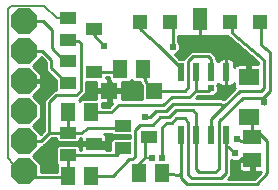
<source format=gbl>
G75*
%MOIN*%
%OFA0B0*%
%FSLAX25Y25*%
%IPPOS*%
%LPD*%
%AMOC8*
5,1,8,0,0,1.08239X$1,22.5*
%
%ADD10R,0.05906X0.05118*%
%ADD11R,0.07087X0.05512*%
%ADD12R,0.05512X0.03937*%
%ADD13R,0.05118X0.06299*%
%ADD14OC8,0.08600*%
%ADD15R,0.05118X0.05906*%
%ADD16R,0.05512X0.05512*%
%ADD17R,0.05118X0.05000*%
%ADD18R,0.05000X0.07480*%
%ADD19R,0.02362X0.06299*%
%ADD20C,0.01000*%
%ADD21C,0.02400*%
%ADD22C,0.00591*%
D10*
X0084087Y0033853D03*
X0084087Y0041334D03*
D11*
X0083031Y0047963D03*
X0083031Y0061349D03*
D12*
X0049591Y0041404D03*
X0040929Y0037664D03*
X0040929Y0045145D03*
X0031315Y0039097D03*
X0022654Y0035357D03*
X0022654Y0042837D03*
X0022654Y0059373D03*
X0022654Y0066853D03*
X0022654Y0073546D03*
X0022654Y0081026D03*
X0031315Y0077286D03*
X0031315Y0063113D03*
D13*
X0030331Y0049727D03*
X0022850Y0049727D03*
X0022850Y0028467D03*
X0030331Y0028467D03*
X0046472Y0029255D03*
X0053953Y0029255D03*
D14*
X0008087Y0030042D03*
X0008087Y0040042D03*
X0008087Y0050042D03*
X0008087Y0060042D03*
X0008087Y0070042D03*
X0008087Y0080042D03*
D15*
X0040173Y0063900D03*
X0047654Y0063900D03*
D16*
X0051394Y0056814D03*
X0036433Y0056814D03*
D17*
X0046827Y0079649D03*
X0056827Y0079649D03*
X0076827Y0079649D03*
X0086827Y0079649D03*
D18*
X0066748Y0080830D03*
D19*
X0065390Y0062932D03*
X0060429Y0062932D03*
X0070390Y0062932D03*
X0075390Y0062932D03*
X0075429Y0042034D03*
X0070429Y0042034D03*
X0065429Y0042034D03*
X0060429Y0042034D03*
D20*
X0022457Y0028074D02*
X0010449Y0028074D01*
X0008087Y0030042D01*
X0011909Y0034122D02*
X0018610Y0034122D01*
X0018610Y0035120D02*
X0011066Y0035120D01*
X0010988Y0035042D02*
X0013674Y0037728D01*
X0013674Y0038097D01*
X0014339Y0038097D01*
X0014496Y0038255D01*
X0017292Y0041050D01*
X0018610Y0041050D01*
X0018610Y0040336D01*
X0019364Y0039582D01*
X0025943Y0039582D01*
X0026697Y0040336D01*
X0026697Y0041050D01*
X0026985Y0041050D01*
X0027059Y0041034D01*
X0027059Y0039582D01*
X0030831Y0039582D01*
X0030831Y0038613D01*
X0027059Y0038613D01*
X0027059Y0037145D01*
X0026697Y0037145D01*
X0026697Y0037859D01*
X0025943Y0038613D01*
X0019364Y0038613D01*
X0018610Y0037859D01*
X0018610Y0032855D01*
X0019160Y0032306D01*
X0019004Y0032150D01*
X0019004Y0029861D01*
X0013674Y0029861D01*
X0013674Y0032357D01*
X0010988Y0035042D01*
X0012065Y0036119D02*
X0018610Y0036119D01*
X0018610Y0037117D02*
X0013064Y0037117D01*
X0014357Y0038116D02*
X0018867Y0038116D01*
X0018833Y0040113D02*
X0016354Y0040113D01*
X0015356Y0039114D02*
X0030831Y0039114D01*
X0031799Y0039114D02*
X0036886Y0039114D01*
X0036886Y0038116D02*
X0035571Y0038116D01*
X0035571Y0038613D02*
X0031799Y0038613D01*
X0031799Y0039582D01*
X0035571Y0039582D01*
X0035571Y0041263D01*
X0035469Y0041645D01*
X0035271Y0041987D01*
X0034992Y0042266D01*
X0034711Y0042428D01*
X0037101Y0042428D01*
X0037640Y0041889D01*
X0043307Y0041889D01*
X0043307Y0040920D01*
X0037640Y0040920D01*
X0036886Y0040166D01*
X0036886Y0037145D01*
X0035571Y0037145D01*
X0035571Y0038613D01*
X0035571Y0040113D02*
X0036886Y0040113D01*
X0035571Y0041111D02*
X0043307Y0041111D01*
X0045094Y0043822D02*
X0046669Y0045397D01*
X0051000Y0045397D01*
X0053362Y0048152D01*
X0056512Y0048152D01*
X0058874Y0050515D01*
X0064386Y0050515D01*
X0065567Y0048940D01*
X0065567Y0042172D01*
X0065429Y0042034D01*
X0065429Y0030574D01*
X0066354Y0029649D01*
X0071866Y0029649D01*
X0073047Y0030830D01*
X0073047Y0046578D01*
X0080921Y0054452D01*
X0087614Y0054452D01*
X0088008Y0052483D01*
X0088008Y0052877D01*
X0087614Y0054452D02*
X0089976Y0056814D01*
X0089976Y0069806D01*
X0087220Y0072168D01*
X0087220Y0080436D01*
X0086827Y0079649D01*
X0079364Y0072065D02*
X0060102Y0072065D01*
X0060180Y0071876D02*
X0059802Y0072790D01*
X0059480Y0073111D01*
X0059480Y0074924D01*
X0076008Y0074924D01*
X0076165Y0074791D01*
X0076638Y0074318D01*
X0076720Y0074318D01*
X0086220Y0066225D01*
X0086220Y0065605D01*
X0083531Y0065605D01*
X0083531Y0061849D01*
X0082532Y0061849D01*
X0082532Y0065605D01*
X0079291Y0065605D01*
X0078909Y0065503D01*
X0078567Y0065305D01*
X0078288Y0065026D01*
X0078090Y0064684D01*
X0078071Y0064611D01*
X0078071Y0066279D01*
X0077969Y0066661D01*
X0077771Y0067003D01*
X0077492Y0067282D01*
X0077150Y0067479D01*
X0076768Y0067582D01*
X0075480Y0067582D01*
X0075480Y0063023D01*
X0075299Y0063023D01*
X0075299Y0067582D01*
X0074011Y0067582D01*
X0073630Y0067479D01*
X0073288Y0067282D01*
X0073008Y0067003D01*
X0072811Y0066662D01*
X0072104Y0067369D01*
X0072079Y0067369D01*
X0072079Y0068184D01*
X0071032Y0069231D01*
X0070244Y0070019D01*
X0063645Y0070019D01*
X0062598Y0068972D01*
X0062071Y0068444D01*
X0061024Y0067397D01*
X0061024Y0067369D01*
X0059902Y0067369D01*
X0058322Y0068949D01*
X0059102Y0069272D01*
X0059802Y0069972D01*
X0060180Y0070886D01*
X0060180Y0071876D01*
X0060180Y0071067D02*
X0080536Y0071067D01*
X0081708Y0070068D02*
X0059842Y0070068D01*
X0058613Y0069070D02*
X0062697Y0069070D01*
X0061698Y0068071D02*
X0059200Y0068071D01*
X0057693Y0071381D02*
X0057693Y0079963D01*
X0056827Y0079649D01*
X0059480Y0074062D02*
X0077020Y0074062D01*
X0078192Y0073064D02*
X0059528Y0073064D01*
X0064386Y0068231D02*
X0069504Y0068231D01*
X0070291Y0067444D01*
X0070291Y0064688D01*
X0070390Y0064589D01*
X0070390Y0062932D01*
X0070291Y0061259D02*
X0070291Y0064688D01*
X0072400Y0067073D02*
X0073078Y0067073D01*
X0072079Y0068071D02*
X0084053Y0068071D01*
X0085225Y0067073D02*
X0077701Y0067073D01*
X0078071Y0066074D02*
X0086220Y0066074D01*
X0088008Y0067050D02*
X0077378Y0076105D01*
X0077378Y0079885D01*
X0082881Y0069070D02*
X0071193Y0069070D01*
X0075299Y0067073D02*
X0075480Y0067073D01*
X0075480Y0066074D02*
X0075299Y0066074D01*
X0075299Y0065076D02*
X0075480Y0065076D01*
X0075480Y0064077D02*
X0075299Y0064077D01*
X0075299Y0063079D02*
X0075480Y0063079D01*
X0075480Y0062841D02*
X0075480Y0058282D01*
X0076768Y0058282D01*
X0077150Y0058385D01*
X0077492Y0058582D01*
X0077771Y0058861D01*
X0077969Y0059203D01*
X0077988Y0059276D01*
X0077988Y0058396D01*
X0078090Y0058014D01*
X0078288Y0057672D01*
X0078366Y0057594D01*
X0074613Y0053992D01*
X0074503Y0053992D01*
X0074482Y0053970D01*
X0074181Y0054271D01*
X0073992Y0054271D01*
X0073836Y0054377D01*
X0073273Y0054271D01*
X0065307Y0054271D01*
X0066214Y0055026D01*
X0070244Y0055026D01*
X0070332Y0055114D01*
X0070786Y0055114D01*
X0071700Y0055493D01*
X0072400Y0056192D01*
X0072779Y0057106D01*
X0072779Y0058096D01*
X0072464Y0058855D01*
X0072811Y0059202D01*
X0073008Y0058861D01*
X0073288Y0058582D01*
X0073630Y0058385D01*
X0074011Y0058282D01*
X0075299Y0058282D01*
X0075299Y0062841D01*
X0075480Y0062841D01*
X0075480Y0062080D02*
X0075299Y0062080D01*
X0075299Y0061082D02*
X0075480Y0061082D01*
X0075480Y0060083D02*
X0075299Y0060083D01*
X0075299Y0059085D02*
X0075480Y0059085D01*
X0077900Y0059085D02*
X0077988Y0059085D01*
X0078071Y0058086D02*
X0072779Y0058086D01*
X0072771Y0057088D02*
X0077838Y0057088D01*
X0076798Y0056089D02*
X0072297Y0056089D01*
X0070308Y0055091D02*
X0075758Y0055091D01*
X0074718Y0054092D02*
X0074360Y0054092D01*
X0073441Y0052483D02*
X0074679Y0051639D01*
X0073119Y0050079D01*
X0080134Y0056814D01*
X0087220Y0056814D01*
X0088008Y0057601D01*
X0088008Y0067050D01*
X0083531Y0065076D02*
X0082532Y0065076D01*
X0082532Y0064077D02*
X0083531Y0064077D01*
X0083531Y0063079D02*
X0082532Y0063079D01*
X0082532Y0062080D02*
X0083531Y0062080D01*
X0078337Y0065076D02*
X0078071Y0065076D01*
X0072879Y0059085D02*
X0072694Y0059085D01*
X0070291Y0057601D02*
X0069504Y0056814D01*
X0065567Y0056814D01*
X0065567Y0062558D01*
X0065390Y0062932D01*
X0062811Y0066656D02*
X0062811Y0057995D01*
X0061630Y0056814D01*
X0051394Y0056814D01*
X0048441Y0060160D01*
X0047654Y0063900D01*
X0046619Y0059660D02*
X0044561Y0059660D01*
X0043913Y0060308D01*
X0043266Y0059660D01*
X0040689Y0059660D01*
X0040689Y0057314D01*
X0036933Y0057314D01*
X0035933Y0057314D01*
X0035933Y0061070D01*
X0035358Y0061070D01*
X0035358Y0061326D01*
X0036327Y0061326D01*
X0036327Y0060414D01*
X0036933Y0059808D01*
X0036933Y0057314D01*
X0036933Y0056314D01*
X0040689Y0056314D01*
X0040689Y0053877D01*
X0047350Y0053877D01*
X0047350Y0058695D01*
X0047261Y0058796D01*
X0046844Y0059068D01*
X0046789Y0059331D01*
X0046611Y0059533D01*
X0046619Y0059660D01*
X0046841Y0059085D02*
X0040689Y0059085D01*
X0040689Y0058086D02*
X0047350Y0058086D01*
X0047350Y0057088D02*
X0036933Y0057088D01*
X0036933Y0056314D02*
X0035933Y0056314D01*
X0032177Y0056314D01*
X0032177Y0054164D01*
X0027238Y0054164D01*
X0026591Y0053516D01*
X0026403Y0053704D01*
X0027725Y0055026D01*
X0028772Y0056073D01*
X0028772Y0059857D01*
X0032201Y0059857D01*
X0032177Y0059767D01*
X0032177Y0057314D01*
X0035933Y0057314D01*
X0035933Y0056314D01*
X0035933Y0052558D01*
X0034177Y0052558D01*
X0034177Y0051515D01*
X0036480Y0051515D01*
X0037523Y0052558D01*
X0036933Y0052558D01*
X0036933Y0056314D01*
X0036933Y0056089D02*
X0035933Y0056089D01*
X0035933Y0055091D02*
X0036933Y0055091D01*
X0036933Y0054092D02*
X0035933Y0054092D01*
X0035933Y0053094D02*
X0036933Y0053094D01*
X0037060Y0052095D02*
X0034177Y0052095D01*
X0032177Y0055091D02*
X0027789Y0055091D01*
X0027166Y0054092D02*
X0026790Y0054092D01*
X0025409Y0055239D02*
X0026984Y0056814D01*
X0026984Y0072562D01*
X0026197Y0073349D01*
X0022850Y0073349D01*
X0022654Y0073546D01*
X0017535Y0070987D02*
X0017535Y0076893D01*
X0014386Y0080042D01*
X0008087Y0080042D01*
X0008087Y0070042D02*
X0014150Y0070042D01*
X0017142Y0067050D01*
X0017142Y0064294D01*
X0022063Y0059570D01*
X0022654Y0059373D01*
X0018610Y0059085D02*
X0013887Y0059085D01*
X0013887Y0059755D02*
X0008374Y0059755D01*
X0008374Y0060330D01*
X0013887Y0060330D01*
X0013887Y0062445D01*
X0011139Y0065193D01*
X0013674Y0067728D01*
X0013674Y0067990D01*
X0015354Y0066310D01*
X0015354Y0065013D01*
X0015340Y0064998D01*
X0015354Y0064276D01*
X0015354Y0063554D01*
X0015369Y0063539D01*
X0015370Y0063517D01*
X0015891Y0063018D01*
X0016401Y0062507D01*
X0016423Y0062507D01*
X0018610Y0060407D01*
X0018610Y0057026D01*
X0017976Y0057026D01*
X0016929Y0055979D01*
X0014764Y0053814D01*
X0014764Y0043578D01*
X0013608Y0042422D01*
X0010988Y0045042D01*
X0013674Y0047728D01*
X0013674Y0052357D01*
X0011139Y0054892D01*
X0013887Y0057640D01*
X0013887Y0059755D01*
X0013887Y0058086D02*
X0018610Y0058086D01*
X0018610Y0057088D02*
X0013334Y0057088D01*
X0012336Y0056089D02*
X0017039Y0056089D01*
X0016040Y0055091D02*
X0011337Y0055091D01*
X0011939Y0054092D02*
X0015042Y0054092D01*
X0014764Y0053094D02*
X0012937Y0053094D01*
X0013674Y0052095D02*
X0014764Y0052095D01*
X0014764Y0051097D02*
X0013674Y0051097D01*
X0013674Y0050098D02*
X0014764Y0050098D01*
X0014764Y0049099D02*
X0013674Y0049099D01*
X0013674Y0048101D02*
X0014764Y0048101D01*
X0014764Y0047102D02*
X0013049Y0047102D01*
X0012050Y0046104D02*
X0014764Y0046104D01*
X0014764Y0045105D02*
X0011052Y0045105D01*
X0011924Y0044107D02*
X0014764Y0044107D01*
X0014294Y0043108D02*
X0012922Y0043108D01*
X0013756Y0040042D02*
X0016551Y0042837D01*
X0016551Y0053074D01*
X0018717Y0055239D01*
X0025409Y0055239D01*
X0028772Y0056089D02*
X0032177Y0056089D01*
X0032177Y0058086D02*
X0028772Y0058086D01*
X0028772Y0057088D02*
X0035933Y0057088D01*
X0035933Y0058086D02*
X0036933Y0058086D01*
X0036933Y0059085D02*
X0035933Y0059085D01*
X0035933Y0060083D02*
X0036658Y0060083D01*
X0036327Y0061082D02*
X0035358Y0061082D01*
X0032177Y0059085D02*
X0028772Y0059085D01*
X0031315Y0063113D02*
X0040173Y0063113D01*
X0040173Y0063900D01*
X0043688Y0060083D02*
X0044138Y0060083D01*
X0047350Y0056089D02*
X0040689Y0056089D01*
X0040689Y0055091D02*
X0047350Y0055091D01*
X0047350Y0054092D02*
X0040689Y0054092D01*
X0039583Y0052089D02*
X0054543Y0052089D01*
X0057299Y0054845D01*
X0063205Y0054845D01*
X0065567Y0056814D01*
X0060449Y0061180D02*
X0060449Y0064294D01*
X0060429Y0064274D01*
X0060429Y0062932D01*
X0060449Y0064294D02*
X0052575Y0072168D01*
X0046827Y0077523D01*
X0046827Y0079649D01*
X0034858Y0071774D02*
X0031315Y0075318D01*
X0031315Y0077286D01*
X0022654Y0066853D02*
X0021276Y0066853D01*
X0017535Y0070987D01*
X0014591Y0067073D02*
X0013019Y0067073D01*
X0012020Y0066074D02*
X0015354Y0066074D01*
X0015354Y0065076D02*
X0011256Y0065076D01*
X0012254Y0064077D02*
X0015354Y0064077D01*
X0015827Y0063079D02*
X0013253Y0063079D01*
X0013887Y0062080D02*
X0016867Y0062080D01*
X0017907Y0061082D02*
X0013887Y0061082D01*
X0018610Y0060083D02*
X0008374Y0060083D01*
X0022654Y0049530D02*
X0022850Y0049727D01*
X0022654Y0049530D02*
X0022654Y0042837D01*
X0016551Y0042837D01*
X0013756Y0040042D02*
X0008087Y0040042D01*
X0009504Y0039885D01*
X0013598Y0039885D01*
X0013756Y0040042D01*
X0012907Y0033123D02*
X0018610Y0033123D01*
X0019004Y0032125D02*
X0013674Y0032125D01*
X0013674Y0031126D02*
X0019004Y0031126D01*
X0019004Y0030128D02*
X0013674Y0030128D01*
X0022457Y0028074D02*
X0022850Y0028467D01*
X0022654Y0028664D01*
X0022654Y0035357D01*
X0039016Y0035357D01*
X0040929Y0037664D01*
X0043126Y0033979D02*
X0043913Y0033979D01*
X0045094Y0034767D01*
X0045094Y0043822D01*
X0042252Y0044215D02*
X0040929Y0045145D01*
X0042252Y0044215D02*
X0029346Y0044215D01*
X0027181Y0042837D01*
X0022654Y0042837D01*
X0026474Y0040113D02*
X0027059Y0040113D01*
X0027059Y0038116D02*
X0026440Y0038116D01*
X0035148Y0042110D02*
X0037419Y0042110D01*
X0037220Y0049727D02*
X0030331Y0049727D01*
X0037220Y0049727D02*
X0039583Y0052089D01*
X0048244Y0048034D02*
X0050213Y0048152D01*
X0052181Y0050121D01*
X0055331Y0050121D01*
X0057693Y0052483D01*
X0073441Y0052483D01*
X0074679Y0051639D02*
X0075244Y0052204D01*
X0074512Y0051417D01*
X0074003Y0050908D01*
X0073119Y0050079D02*
X0070291Y0047365D01*
X0070291Y0042172D01*
X0070429Y0042034D01*
X0075429Y0042034D02*
X0075429Y0037900D01*
X0076181Y0037900D01*
X0078559Y0035948D01*
X0080251Y0034122D02*
X0083587Y0034122D01*
X0083587Y0034353D02*
X0083587Y0033353D01*
X0084587Y0033353D01*
X0084587Y0029794D01*
X0087201Y0029794D01*
X0084905Y0027499D01*
X0076181Y0027499D01*
X0077197Y0028514D01*
X0077197Y0033203D01*
X0077217Y0033223D01*
X0077217Y0033811D01*
X0078064Y0033460D01*
X0079054Y0033460D01*
X0079968Y0033839D01*
X0080482Y0034353D01*
X0083587Y0034353D01*
X0083587Y0033353D02*
X0079634Y0033353D01*
X0079634Y0031097D01*
X0079736Y0030715D01*
X0079934Y0030373D01*
X0080213Y0030094D01*
X0080555Y0029896D01*
X0080936Y0029794D01*
X0083587Y0029794D01*
X0083587Y0033353D01*
X0083587Y0033123D02*
X0084587Y0033123D01*
X0084587Y0032125D02*
X0083587Y0032125D01*
X0083587Y0031126D02*
X0084587Y0031126D01*
X0084587Y0030128D02*
X0083587Y0030128D01*
X0085537Y0028131D02*
X0076813Y0028131D01*
X0077197Y0029129D02*
X0086536Y0029129D01*
X0089189Y0029255D02*
X0089189Y0039885D01*
X0086827Y0042247D01*
X0085000Y0042247D01*
X0084087Y0041334D01*
X0080402Y0040152D01*
X0078953Y0040672D01*
X0075429Y0042034D02*
X0075409Y0033550D01*
X0075409Y0029255D01*
X0073835Y0027680D01*
X0063992Y0027680D01*
X0062811Y0028861D01*
X0062811Y0046184D01*
X0061630Y0047759D01*
X0058874Y0047759D01*
X0057299Y0046184D01*
X0055724Y0046184D01*
X0054150Y0044609D01*
X0054150Y0034373D01*
X0053953Y0029255D02*
X0059661Y0028861D01*
X0060449Y0029649D01*
X0060449Y0033550D01*
X0060429Y0042034D01*
X0049591Y0041404D02*
X0048244Y0040058D01*
X0048244Y0034373D01*
X0046472Y0032601D01*
X0046472Y0029255D01*
X0046669Y0029058D01*
X0043126Y0033979D02*
X0037614Y0028467D01*
X0030331Y0028467D01*
X0060449Y0027680D02*
X0062417Y0025712D01*
X0085646Y0025712D01*
X0089189Y0029255D01*
X0080179Y0030128D02*
X0077197Y0030128D01*
X0077197Y0031126D02*
X0079634Y0031126D01*
X0079634Y0032125D02*
X0077197Y0032125D01*
X0077197Y0033123D02*
X0079634Y0033123D01*
X0075429Y0033963D02*
X0075429Y0037900D01*
X0084087Y0041334D02*
X0084087Y0047837D01*
X0083031Y0047963D01*
X0062811Y0066656D02*
X0064386Y0068231D01*
X0066748Y0073743D02*
X0066748Y0080830D01*
X0060449Y0029649D02*
X0060449Y0027680D01*
D21*
X0054150Y0034373D03*
X0050606Y0034373D03*
X0048244Y0048034D03*
X0034465Y0037916D03*
X0030921Y0055633D03*
X0034858Y0071774D03*
X0057693Y0071381D03*
X0066748Y0073743D03*
X0070291Y0057601D03*
X0078953Y0040672D03*
X0078559Y0035948D03*
X0080528Y0028861D03*
X0088008Y0052877D03*
D22*
X0050606Y0034373D02*
X0048244Y0034373D01*
X0008087Y0030042D02*
X0004937Y0032404D01*
X0004543Y0032404D01*
X0002575Y0034373D01*
X0002575Y0083979D01*
X0003756Y0085160D01*
X0014780Y0085160D01*
X0018913Y0081026D01*
X0022654Y0081026D01*
M02*

</source>
